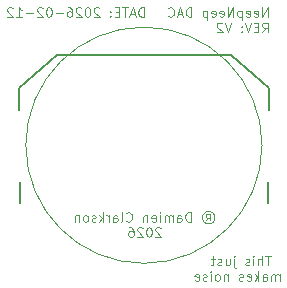
<source format=gbr>
%TF.GenerationSoftware,KiCad,Pcbnew,7.0.10*%
%TF.CreationDate,2026-02-12T12:37:37+08:00*%
%TF.ProjectId,NeepNeep-DAC-V2,4e656570-4e65-4657-902d-4441432d5632,V2*%
%TF.SameCoordinates,Original*%
%TF.FileFunction,Legend,Bot*%
%TF.FilePolarity,Positive*%
%FSLAX46Y46*%
G04 Gerber Fmt 4.6, Leading zero omitted, Abs format (unit mm)*
G04 Created by KiCad (PCBNEW 7.0.10) date 2026-02-12 12:37:37*
%MOMM*%
%LPD*%
G01*
G04 APERTURE LIST*
%ADD10C,0.100000*%
%ADD11C,0.200000*%
%ADD12R,1.000000X1.000000*%
%ADD13O,1.000000X1.000000*%
%ADD14R,1.150000X5.080000*%
%ADD15C,10.000000*%
G04 APERTURE END LIST*
D10*
X10487734Y10871105D02*
X10487734Y11671105D01*
X10487734Y11671105D02*
X10030591Y10871105D01*
X10030591Y10871105D02*
X10030591Y11671105D01*
X9344877Y10909200D02*
X9421068Y10871105D01*
X9421068Y10871105D02*
X9573449Y10871105D01*
X9573449Y10871105D02*
X9649639Y10909200D01*
X9649639Y10909200D02*
X9687735Y10985391D01*
X9687735Y10985391D02*
X9687735Y11290153D01*
X9687735Y11290153D02*
X9649639Y11366343D01*
X9649639Y11366343D02*
X9573449Y11404439D01*
X9573449Y11404439D02*
X9421068Y11404439D01*
X9421068Y11404439D02*
X9344877Y11366343D01*
X9344877Y11366343D02*
X9306782Y11290153D01*
X9306782Y11290153D02*
X9306782Y11213962D01*
X9306782Y11213962D02*
X9687735Y11137772D01*
X8659163Y10909200D02*
X8735354Y10871105D01*
X8735354Y10871105D02*
X8887735Y10871105D01*
X8887735Y10871105D02*
X8963925Y10909200D01*
X8963925Y10909200D02*
X9002021Y10985391D01*
X9002021Y10985391D02*
X9002021Y11290153D01*
X9002021Y11290153D02*
X8963925Y11366343D01*
X8963925Y11366343D02*
X8887735Y11404439D01*
X8887735Y11404439D02*
X8735354Y11404439D01*
X8735354Y11404439D02*
X8659163Y11366343D01*
X8659163Y11366343D02*
X8621068Y11290153D01*
X8621068Y11290153D02*
X8621068Y11213962D01*
X8621068Y11213962D02*
X9002021Y11137772D01*
X8278211Y11404439D02*
X8278211Y10604439D01*
X8278211Y11366343D02*
X8202021Y11404439D01*
X8202021Y11404439D02*
X8049640Y11404439D01*
X8049640Y11404439D02*
X7973449Y11366343D01*
X7973449Y11366343D02*
X7935354Y11328248D01*
X7935354Y11328248D02*
X7897259Y11252058D01*
X7897259Y11252058D02*
X7897259Y11023486D01*
X7897259Y11023486D02*
X7935354Y10947296D01*
X7935354Y10947296D02*
X7973449Y10909200D01*
X7973449Y10909200D02*
X8049640Y10871105D01*
X8049640Y10871105D02*
X8202021Y10871105D01*
X8202021Y10871105D02*
X8278211Y10909200D01*
X7554401Y10871105D02*
X7554401Y11671105D01*
X7554401Y11671105D02*
X7097258Y10871105D01*
X7097258Y10871105D02*
X7097258Y11671105D01*
X6411544Y10909200D02*
X6487735Y10871105D01*
X6487735Y10871105D02*
X6640116Y10871105D01*
X6640116Y10871105D02*
X6716306Y10909200D01*
X6716306Y10909200D02*
X6754402Y10985391D01*
X6754402Y10985391D02*
X6754402Y11290153D01*
X6754402Y11290153D02*
X6716306Y11366343D01*
X6716306Y11366343D02*
X6640116Y11404439D01*
X6640116Y11404439D02*
X6487735Y11404439D01*
X6487735Y11404439D02*
X6411544Y11366343D01*
X6411544Y11366343D02*
X6373449Y11290153D01*
X6373449Y11290153D02*
X6373449Y11213962D01*
X6373449Y11213962D02*
X6754402Y11137772D01*
X5725830Y10909200D02*
X5802021Y10871105D01*
X5802021Y10871105D02*
X5954402Y10871105D01*
X5954402Y10871105D02*
X6030592Y10909200D01*
X6030592Y10909200D02*
X6068688Y10985391D01*
X6068688Y10985391D02*
X6068688Y11290153D01*
X6068688Y11290153D02*
X6030592Y11366343D01*
X6030592Y11366343D02*
X5954402Y11404439D01*
X5954402Y11404439D02*
X5802021Y11404439D01*
X5802021Y11404439D02*
X5725830Y11366343D01*
X5725830Y11366343D02*
X5687735Y11290153D01*
X5687735Y11290153D02*
X5687735Y11213962D01*
X5687735Y11213962D02*
X6068688Y11137772D01*
X5344878Y11404439D02*
X5344878Y10604439D01*
X5344878Y11366343D02*
X5268688Y11404439D01*
X5268688Y11404439D02*
X5116307Y11404439D01*
X5116307Y11404439D02*
X5040116Y11366343D01*
X5040116Y11366343D02*
X5002021Y11328248D01*
X5002021Y11328248D02*
X4963926Y11252058D01*
X4963926Y11252058D02*
X4963926Y11023486D01*
X4963926Y11023486D02*
X5002021Y10947296D01*
X5002021Y10947296D02*
X5040116Y10909200D01*
X5040116Y10909200D02*
X5116307Y10871105D01*
X5116307Y10871105D02*
X5268688Y10871105D01*
X5268688Y10871105D02*
X5344878Y10909200D01*
X4011544Y10871105D02*
X4011544Y11671105D01*
X4011544Y11671105D02*
X3821068Y11671105D01*
X3821068Y11671105D02*
X3706782Y11633010D01*
X3706782Y11633010D02*
X3630592Y11556820D01*
X3630592Y11556820D02*
X3592497Y11480629D01*
X3592497Y11480629D02*
X3554401Y11328248D01*
X3554401Y11328248D02*
X3554401Y11213962D01*
X3554401Y11213962D02*
X3592497Y11061581D01*
X3592497Y11061581D02*
X3630592Y10985391D01*
X3630592Y10985391D02*
X3706782Y10909200D01*
X3706782Y10909200D02*
X3821068Y10871105D01*
X3821068Y10871105D02*
X4011544Y10871105D01*
X3249640Y11099677D02*
X2868687Y11099677D01*
X3325830Y10871105D02*
X3059163Y11671105D01*
X3059163Y11671105D02*
X2792497Y10871105D01*
X2068687Y10947296D02*
X2106783Y10909200D01*
X2106783Y10909200D02*
X2221068Y10871105D01*
X2221068Y10871105D02*
X2297259Y10871105D01*
X2297259Y10871105D02*
X2411545Y10909200D01*
X2411545Y10909200D02*
X2487735Y10985391D01*
X2487735Y10985391D02*
X2525830Y11061581D01*
X2525830Y11061581D02*
X2563926Y11213962D01*
X2563926Y11213962D02*
X2563926Y11328248D01*
X2563926Y11328248D02*
X2525830Y11480629D01*
X2525830Y11480629D02*
X2487735Y11556820D01*
X2487735Y11556820D02*
X2411545Y11633010D01*
X2411545Y11633010D02*
X2297259Y11671105D01*
X2297259Y11671105D02*
X2221068Y11671105D01*
X2221068Y11671105D02*
X2106783Y11633010D01*
X2106783Y11633010D02*
X2068687Y11594915D01*
X10030591Y9583105D02*
X10297258Y9964058D01*
X10487734Y9583105D02*
X10487734Y10383105D01*
X10487734Y10383105D02*
X10182972Y10383105D01*
X10182972Y10383105D02*
X10106782Y10345010D01*
X10106782Y10345010D02*
X10068687Y10306915D01*
X10068687Y10306915D02*
X10030591Y10230724D01*
X10030591Y10230724D02*
X10030591Y10116439D01*
X10030591Y10116439D02*
X10068687Y10040248D01*
X10068687Y10040248D02*
X10106782Y10002153D01*
X10106782Y10002153D02*
X10182972Y9964058D01*
X10182972Y9964058D02*
X10487734Y9964058D01*
X9687734Y10002153D02*
X9421068Y10002153D01*
X9306782Y9583105D02*
X9687734Y9583105D01*
X9687734Y9583105D02*
X9687734Y10383105D01*
X9687734Y10383105D02*
X9306782Y10383105D01*
X9078210Y10383105D02*
X8811543Y9583105D01*
X8811543Y9583105D02*
X8544877Y10383105D01*
X8278210Y9659296D02*
X8240115Y9621200D01*
X8240115Y9621200D02*
X8278210Y9583105D01*
X8278210Y9583105D02*
X8316306Y9621200D01*
X8316306Y9621200D02*
X8278210Y9659296D01*
X8278210Y9659296D02*
X8278210Y9583105D01*
X8278210Y10078343D02*
X8240115Y10040248D01*
X8240115Y10040248D02*
X8278210Y10002153D01*
X8278210Y10002153D02*
X8316306Y10040248D01*
X8316306Y10040248D02*
X8278210Y10078343D01*
X8278210Y10078343D02*
X8278210Y10002153D01*
X7402020Y10383105D02*
X7135353Y9583105D01*
X7135353Y9583105D02*
X6868687Y10383105D01*
X6640116Y10306915D02*
X6602020Y10345010D01*
X6602020Y10345010D02*
X6525830Y10383105D01*
X6525830Y10383105D02*
X6335354Y10383105D01*
X6335354Y10383105D02*
X6259163Y10345010D01*
X6259163Y10345010D02*
X6221068Y10306915D01*
X6221068Y10306915D02*
X6182973Y10230724D01*
X6182973Y10230724D02*
X6182973Y10154534D01*
X6182973Y10154534D02*
X6221068Y10040248D01*
X6221068Y10040248D02*
X6678211Y9583105D01*
X6678211Y9583105D02*
X6182973Y9583105D01*
X5250001Y-6356609D02*
X5440477Y-6128038D01*
X5592858Y-6356609D02*
X5592858Y-5823276D01*
X5592858Y-5823276D02*
X5364287Y-5823276D01*
X5364287Y-5823276D02*
X5288096Y-5861371D01*
X5288096Y-5861371D02*
X5250001Y-5937561D01*
X5250001Y-5937561D02*
X5250001Y-6013752D01*
X5250001Y-6013752D02*
X5288096Y-6089942D01*
X5288096Y-6089942D02*
X5364287Y-6128038D01*
X5364287Y-6128038D02*
X5592858Y-6128038D01*
X5440477Y-5556609D02*
X5630953Y-5594704D01*
X5630953Y-5594704D02*
X5821430Y-5708990D01*
X5821430Y-5708990D02*
X5935715Y-5899466D01*
X5935715Y-5899466D02*
X5973811Y-6089942D01*
X5973811Y-6089942D02*
X5935715Y-6280419D01*
X5935715Y-6280419D02*
X5821430Y-6470895D01*
X5821430Y-6470895D02*
X5630953Y-6585180D01*
X5630953Y-6585180D02*
X5440477Y-6623276D01*
X5440477Y-6623276D02*
X5250001Y-6585180D01*
X5250001Y-6585180D02*
X5059525Y-6470895D01*
X5059525Y-6470895D02*
X4945239Y-6280419D01*
X4945239Y-6280419D02*
X4907144Y-6089942D01*
X4907144Y-6089942D02*
X4945239Y-5899466D01*
X4945239Y-5899466D02*
X5059525Y-5708990D01*
X5059525Y-5708990D02*
X5250001Y-5594704D01*
X5250001Y-5594704D02*
X5440477Y-5556609D01*
X3954762Y-6470895D02*
X3954762Y-5670895D01*
X3954762Y-5670895D02*
X3764286Y-5670895D01*
X3764286Y-5670895D02*
X3650000Y-5708990D01*
X3650000Y-5708990D02*
X3573810Y-5785180D01*
X3573810Y-5785180D02*
X3535715Y-5861371D01*
X3535715Y-5861371D02*
X3497619Y-6013752D01*
X3497619Y-6013752D02*
X3497619Y-6128038D01*
X3497619Y-6128038D02*
X3535715Y-6280419D01*
X3535715Y-6280419D02*
X3573810Y-6356609D01*
X3573810Y-6356609D02*
X3650000Y-6432800D01*
X3650000Y-6432800D02*
X3764286Y-6470895D01*
X3764286Y-6470895D02*
X3954762Y-6470895D01*
X2811905Y-6470895D02*
X2811905Y-6051847D01*
X2811905Y-6051847D02*
X2850000Y-5975657D01*
X2850000Y-5975657D02*
X2926191Y-5937561D01*
X2926191Y-5937561D02*
X3078572Y-5937561D01*
X3078572Y-5937561D02*
X3154762Y-5975657D01*
X2811905Y-6432800D02*
X2888096Y-6470895D01*
X2888096Y-6470895D02*
X3078572Y-6470895D01*
X3078572Y-6470895D02*
X3154762Y-6432800D01*
X3154762Y-6432800D02*
X3192858Y-6356609D01*
X3192858Y-6356609D02*
X3192858Y-6280419D01*
X3192858Y-6280419D02*
X3154762Y-6204228D01*
X3154762Y-6204228D02*
X3078572Y-6166133D01*
X3078572Y-6166133D02*
X2888096Y-6166133D01*
X2888096Y-6166133D02*
X2811905Y-6128038D01*
X2430952Y-6470895D02*
X2430952Y-5937561D01*
X2430952Y-6013752D02*
X2392857Y-5975657D01*
X2392857Y-5975657D02*
X2316667Y-5937561D01*
X2316667Y-5937561D02*
X2202381Y-5937561D01*
X2202381Y-5937561D02*
X2126190Y-5975657D01*
X2126190Y-5975657D02*
X2088095Y-6051847D01*
X2088095Y-6051847D02*
X2088095Y-6470895D01*
X2088095Y-6051847D02*
X2050000Y-5975657D01*
X2050000Y-5975657D02*
X1973809Y-5937561D01*
X1973809Y-5937561D02*
X1859524Y-5937561D01*
X1859524Y-5937561D02*
X1783333Y-5975657D01*
X1783333Y-5975657D02*
X1745238Y-6051847D01*
X1745238Y-6051847D02*
X1745238Y-6470895D01*
X1364285Y-6470895D02*
X1364285Y-5937561D01*
X1364285Y-5670895D02*
X1402381Y-5708990D01*
X1402381Y-5708990D02*
X1364285Y-5747085D01*
X1364285Y-5747085D02*
X1326190Y-5708990D01*
X1326190Y-5708990D02*
X1364285Y-5670895D01*
X1364285Y-5670895D02*
X1364285Y-5747085D01*
X678571Y-6432800D02*
X754762Y-6470895D01*
X754762Y-6470895D02*
X907143Y-6470895D01*
X907143Y-6470895D02*
X983333Y-6432800D01*
X983333Y-6432800D02*
X1021429Y-6356609D01*
X1021429Y-6356609D02*
X1021429Y-6051847D01*
X1021429Y-6051847D02*
X983333Y-5975657D01*
X983333Y-5975657D02*
X907143Y-5937561D01*
X907143Y-5937561D02*
X754762Y-5937561D01*
X754762Y-5937561D02*
X678571Y-5975657D01*
X678571Y-5975657D02*
X640476Y-6051847D01*
X640476Y-6051847D02*
X640476Y-6128038D01*
X640476Y-6128038D02*
X1021429Y-6204228D01*
X297619Y-5937561D02*
X297619Y-6470895D01*
X297619Y-6013752D02*
X259524Y-5975657D01*
X259524Y-5975657D02*
X183334Y-5937561D01*
X183334Y-5937561D02*
X69048Y-5937561D01*
X69048Y-5937561D02*
X-7143Y-5975657D01*
X-7143Y-5975657D02*
X-45238Y-6051847D01*
X-45238Y-6051847D02*
X-45238Y-6470895D01*
X-1492858Y-6394704D02*
X-1454762Y-6432800D01*
X-1454762Y-6432800D02*
X-1340477Y-6470895D01*
X-1340477Y-6470895D02*
X-1264286Y-6470895D01*
X-1264286Y-6470895D02*
X-1150000Y-6432800D01*
X-1150000Y-6432800D02*
X-1073810Y-6356609D01*
X-1073810Y-6356609D02*
X-1035715Y-6280419D01*
X-1035715Y-6280419D02*
X-997619Y-6128038D01*
X-997619Y-6128038D02*
X-997619Y-6013752D01*
X-997619Y-6013752D02*
X-1035715Y-5861371D01*
X-1035715Y-5861371D02*
X-1073810Y-5785180D01*
X-1073810Y-5785180D02*
X-1150000Y-5708990D01*
X-1150000Y-5708990D02*
X-1264286Y-5670895D01*
X-1264286Y-5670895D02*
X-1340477Y-5670895D01*
X-1340477Y-5670895D02*
X-1454762Y-5708990D01*
X-1454762Y-5708990D02*
X-1492858Y-5747085D01*
X-1950000Y-6470895D02*
X-1873810Y-6432800D01*
X-1873810Y-6432800D02*
X-1835715Y-6356609D01*
X-1835715Y-6356609D02*
X-1835715Y-5670895D01*
X-2597620Y-6470895D02*
X-2597620Y-6051847D01*
X-2597620Y-6051847D02*
X-2559525Y-5975657D01*
X-2559525Y-5975657D02*
X-2483334Y-5937561D01*
X-2483334Y-5937561D02*
X-2330953Y-5937561D01*
X-2330953Y-5937561D02*
X-2254763Y-5975657D01*
X-2597620Y-6432800D02*
X-2521429Y-6470895D01*
X-2521429Y-6470895D02*
X-2330953Y-6470895D01*
X-2330953Y-6470895D02*
X-2254763Y-6432800D01*
X-2254763Y-6432800D02*
X-2216667Y-6356609D01*
X-2216667Y-6356609D02*
X-2216667Y-6280419D01*
X-2216667Y-6280419D02*
X-2254763Y-6204228D01*
X-2254763Y-6204228D02*
X-2330953Y-6166133D01*
X-2330953Y-6166133D02*
X-2521429Y-6166133D01*
X-2521429Y-6166133D02*
X-2597620Y-6128038D01*
X-2978573Y-6470895D02*
X-2978573Y-5937561D01*
X-2978573Y-6089942D02*
X-3016668Y-6013752D01*
X-3016668Y-6013752D02*
X-3054763Y-5975657D01*
X-3054763Y-5975657D02*
X-3130954Y-5937561D01*
X-3130954Y-5937561D02*
X-3207144Y-5937561D01*
X-3473811Y-6470895D02*
X-3473811Y-5670895D01*
X-3550001Y-6166133D02*
X-3778573Y-6470895D01*
X-3778573Y-5937561D02*
X-3473811Y-6242323D01*
X-4083334Y-6432800D02*
X-4159525Y-6470895D01*
X-4159525Y-6470895D02*
X-4311906Y-6470895D01*
X-4311906Y-6470895D02*
X-4388096Y-6432800D01*
X-4388096Y-6432800D02*
X-4426192Y-6356609D01*
X-4426192Y-6356609D02*
X-4426192Y-6318514D01*
X-4426192Y-6318514D02*
X-4388096Y-6242323D01*
X-4388096Y-6242323D02*
X-4311906Y-6204228D01*
X-4311906Y-6204228D02*
X-4197620Y-6204228D01*
X-4197620Y-6204228D02*
X-4121430Y-6166133D01*
X-4121430Y-6166133D02*
X-4083334Y-6089942D01*
X-4083334Y-6089942D02*
X-4083334Y-6051847D01*
X-4083334Y-6051847D02*
X-4121430Y-5975657D01*
X-4121430Y-5975657D02*
X-4197620Y-5937561D01*
X-4197620Y-5937561D02*
X-4311906Y-5937561D01*
X-4311906Y-5937561D02*
X-4388096Y-5975657D01*
X-4883334Y-6470895D02*
X-4807144Y-6432800D01*
X-4807144Y-6432800D02*
X-4769049Y-6394704D01*
X-4769049Y-6394704D02*
X-4730953Y-6318514D01*
X-4730953Y-6318514D02*
X-4730953Y-6089942D01*
X-4730953Y-6089942D02*
X-4769049Y-6013752D01*
X-4769049Y-6013752D02*
X-4807144Y-5975657D01*
X-4807144Y-5975657D02*
X-4883334Y-5937561D01*
X-4883334Y-5937561D02*
X-4997620Y-5937561D01*
X-4997620Y-5937561D02*
X-5073811Y-5975657D01*
X-5073811Y-5975657D02*
X-5111906Y-6013752D01*
X-5111906Y-6013752D02*
X-5150001Y-6089942D01*
X-5150001Y-6089942D02*
X-5150001Y-6318514D01*
X-5150001Y-6318514D02*
X-5111906Y-6394704D01*
X-5111906Y-6394704D02*
X-5073811Y-6432800D01*
X-5073811Y-6432800D02*
X-4997620Y-6470895D01*
X-4997620Y-6470895D02*
X-4883334Y-6470895D01*
X-5492859Y-5937561D02*
X-5492859Y-6470895D01*
X-5492859Y-6013752D02*
X-5530954Y-5975657D01*
X-5530954Y-5975657D02*
X-5607144Y-5937561D01*
X-5607144Y-5937561D02*
X-5721430Y-5937561D01*
X-5721430Y-5937561D02*
X-5797621Y-5975657D01*
X-5797621Y-5975657D02*
X-5835716Y-6051847D01*
X-5835716Y-6051847D02*
X-5835716Y-6470895D01*
X1421429Y-7035085D02*
X1383333Y-6996990D01*
X1383333Y-6996990D02*
X1307143Y-6958895D01*
X1307143Y-6958895D02*
X1116667Y-6958895D01*
X1116667Y-6958895D02*
X1040476Y-6996990D01*
X1040476Y-6996990D02*
X1002381Y-7035085D01*
X1002381Y-7035085D02*
X964286Y-7111276D01*
X964286Y-7111276D02*
X964286Y-7187466D01*
X964286Y-7187466D02*
X1002381Y-7301752D01*
X1002381Y-7301752D02*
X1459524Y-7758895D01*
X1459524Y-7758895D02*
X964286Y-7758895D01*
X469047Y-6958895D02*
X392857Y-6958895D01*
X392857Y-6958895D02*
X316666Y-6996990D01*
X316666Y-6996990D02*
X278571Y-7035085D01*
X278571Y-7035085D02*
X240476Y-7111276D01*
X240476Y-7111276D02*
X202381Y-7263657D01*
X202381Y-7263657D02*
X202381Y-7454133D01*
X202381Y-7454133D02*
X240476Y-7606514D01*
X240476Y-7606514D02*
X278571Y-7682704D01*
X278571Y-7682704D02*
X316666Y-7720800D01*
X316666Y-7720800D02*
X392857Y-7758895D01*
X392857Y-7758895D02*
X469047Y-7758895D01*
X469047Y-7758895D02*
X545238Y-7720800D01*
X545238Y-7720800D02*
X583333Y-7682704D01*
X583333Y-7682704D02*
X621428Y-7606514D01*
X621428Y-7606514D02*
X659524Y-7454133D01*
X659524Y-7454133D02*
X659524Y-7263657D01*
X659524Y-7263657D02*
X621428Y-7111276D01*
X621428Y-7111276D02*
X583333Y-7035085D01*
X583333Y-7035085D02*
X545238Y-6996990D01*
X545238Y-6996990D02*
X469047Y-6958895D01*
X-102381Y-7035085D02*
X-140477Y-6996990D01*
X-140477Y-6996990D02*
X-216667Y-6958895D01*
X-216667Y-6958895D02*
X-407143Y-6958895D01*
X-407143Y-6958895D02*
X-483334Y-6996990D01*
X-483334Y-6996990D02*
X-521429Y-7035085D01*
X-521429Y-7035085D02*
X-559524Y-7111276D01*
X-559524Y-7111276D02*
X-559524Y-7187466D01*
X-559524Y-7187466D02*
X-521429Y-7301752D01*
X-521429Y-7301752D02*
X-64286Y-7758895D01*
X-64286Y-7758895D02*
X-559524Y-7758895D01*
X-1245239Y-6958895D02*
X-1092858Y-6958895D01*
X-1092858Y-6958895D02*
X-1016667Y-6996990D01*
X-1016667Y-6996990D02*
X-978572Y-7035085D01*
X-978572Y-7035085D02*
X-902382Y-7149371D01*
X-902382Y-7149371D02*
X-864286Y-7301752D01*
X-864286Y-7301752D02*
X-864286Y-7606514D01*
X-864286Y-7606514D02*
X-902382Y-7682704D01*
X-902382Y-7682704D02*
X-940477Y-7720800D01*
X-940477Y-7720800D02*
X-1016667Y-7758895D01*
X-1016667Y-7758895D02*
X-1169048Y-7758895D01*
X-1169048Y-7758895D02*
X-1245239Y-7720800D01*
X-1245239Y-7720800D02*
X-1283334Y-7682704D01*
X-1283334Y-7682704D02*
X-1321429Y-7606514D01*
X-1321429Y-7606514D02*
X-1321429Y-7416038D01*
X-1321429Y-7416038D02*
X-1283334Y-7339847D01*
X-1283334Y-7339847D02*
X-1245239Y-7301752D01*
X-1245239Y-7301752D02*
X-1169048Y-7263657D01*
X-1169048Y-7263657D02*
X-1016667Y-7263657D01*
X-1016667Y-7263657D02*
X-940477Y-7301752D01*
X-940477Y-7301752D02*
X-902382Y-7339847D01*
X-902382Y-7339847D02*
X-864286Y-7416038D01*
X10719047Y-9370895D02*
X10261904Y-9370895D01*
X10490476Y-10170895D02*
X10490476Y-9370895D01*
X9995237Y-10170895D02*
X9995237Y-9370895D01*
X9652380Y-10170895D02*
X9652380Y-9751847D01*
X9652380Y-9751847D02*
X9690475Y-9675657D01*
X9690475Y-9675657D02*
X9766666Y-9637561D01*
X9766666Y-9637561D02*
X9880952Y-9637561D01*
X9880952Y-9637561D02*
X9957142Y-9675657D01*
X9957142Y-9675657D02*
X9995237Y-9713752D01*
X9271427Y-10170895D02*
X9271427Y-9637561D01*
X9271427Y-9370895D02*
X9309523Y-9408990D01*
X9309523Y-9408990D02*
X9271427Y-9447085D01*
X9271427Y-9447085D02*
X9233332Y-9408990D01*
X9233332Y-9408990D02*
X9271427Y-9370895D01*
X9271427Y-9370895D02*
X9271427Y-9447085D01*
X8928571Y-10132800D02*
X8852380Y-10170895D01*
X8852380Y-10170895D02*
X8699999Y-10170895D01*
X8699999Y-10170895D02*
X8623809Y-10132800D01*
X8623809Y-10132800D02*
X8585713Y-10056609D01*
X8585713Y-10056609D02*
X8585713Y-10018514D01*
X8585713Y-10018514D02*
X8623809Y-9942323D01*
X8623809Y-9942323D02*
X8699999Y-9904228D01*
X8699999Y-9904228D02*
X8814285Y-9904228D01*
X8814285Y-9904228D02*
X8890475Y-9866133D01*
X8890475Y-9866133D02*
X8928571Y-9789942D01*
X8928571Y-9789942D02*
X8928571Y-9751847D01*
X8928571Y-9751847D02*
X8890475Y-9675657D01*
X8890475Y-9675657D02*
X8814285Y-9637561D01*
X8814285Y-9637561D02*
X8699999Y-9637561D01*
X8699999Y-9637561D02*
X8623809Y-9675657D01*
X7633332Y-9637561D02*
X7633332Y-10323276D01*
X7633332Y-10323276D02*
X7671428Y-10399466D01*
X7671428Y-10399466D02*
X7747618Y-10437561D01*
X7747618Y-10437561D02*
X7785713Y-10437561D01*
X7633332Y-9370895D02*
X7671428Y-9408990D01*
X7671428Y-9408990D02*
X7633332Y-9447085D01*
X7633332Y-9447085D02*
X7595237Y-9408990D01*
X7595237Y-9408990D02*
X7633332Y-9370895D01*
X7633332Y-9370895D02*
X7633332Y-9447085D01*
X6909523Y-9637561D02*
X6909523Y-10170895D01*
X7252380Y-9637561D02*
X7252380Y-10056609D01*
X7252380Y-10056609D02*
X7214285Y-10132800D01*
X7214285Y-10132800D02*
X7138095Y-10170895D01*
X7138095Y-10170895D02*
X7023809Y-10170895D01*
X7023809Y-10170895D02*
X6947618Y-10132800D01*
X6947618Y-10132800D02*
X6909523Y-10094704D01*
X6566666Y-10132800D02*
X6490475Y-10170895D01*
X6490475Y-10170895D02*
X6338094Y-10170895D01*
X6338094Y-10170895D02*
X6261904Y-10132800D01*
X6261904Y-10132800D02*
X6223808Y-10056609D01*
X6223808Y-10056609D02*
X6223808Y-10018514D01*
X6223808Y-10018514D02*
X6261904Y-9942323D01*
X6261904Y-9942323D02*
X6338094Y-9904228D01*
X6338094Y-9904228D02*
X6452380Y-9904228D01*
X6452380Y-9904228D02*
X6528570Y-9866133D01*
X6528570Y-9866133D02*
X6566666Y-9789942D01*
X6566666Y-9789942D02*
X6566666Y-9751847D01*
X6566666Y-9751847D02*
X6528570Y-9675657D01*
X6528570Y-9675657D02*
X6452380Y-9637561D01*
X6452380Y-9637561D02*
X6338094Y-9637561D01*
X6338094Y-9637561D02*
X6261904Y-9675657D01*
X5995237Y-9637561D02*
X5690475Y-9637561D01*
X5880951Y-9370895D02*
X5880951Y-10056609D01*
X5880951Y-10056609D02*
X5842856Y-10132800D01*
X5842856Y-10132800D02*
X5766666Y-10170895D01*
X5766666Y-10170895D02*
X5690475Y-10170895D01*
X11480952Y-11458895D02*
X11480952Y-10925561D01*
X11480952Y-11001752D02*
X11442857Y-10963657D01*
X11442857Y-10963657D02*
X11366667Y-10925561D01*
X11366667Y-10925561D02*
X11252381Y-10925561D01*
X11252381Y-10925561D02*
X11176190Y-10963657D01*
X11176190Y-10963657D02*
X11138095Y-11039847D01*
X11138095Y-11039847D02*
X11138095Y-11458895D01*
X11138095Y-11039847D02*
X11100000Y-10963657D01*
X11100000Y-10963657D02*
X11023809Y-10925561D01*
X11023809Y-10925561D02*
X10909524Y-10925561D01*
X10909524Y-10925561D02*
X10833333Y-10963657D01*
X10833333Y-10963657D02*
X10795238Y-11039847D01*
X10795238Y-11039847D02*
X10795238Y-11458895D01*
X10071428Y-11458895D02*
X10071428Y-11039847D01*
X10071428Y-11039847D02*
X10109523Y-10963657D01*
X10109523Y-10963657D02*
X10185714Y-10925561D01*
X10185714Y-10925561D02*
X10338095Y-10925561D01*
X10338095Y-10925561D02*
X10414285Y-10963657D01*
X10071428Y-11420800D02*
X10147619Y-11458895D01*
X10147619Y-11458895D02*
X10338095Y-11458895D01*
X10338095Y-11458895D02*
X10414285Y-11420800D01*
X10414285Y-11420800D02*
X10452381Y-11344609D01*
X10452381Y-11344609D02*
X10452381Y-11268419D01*
X10452381Y-11268419D02*
X10414285Y-11192228D01*
X10414285Y-11192228D02*
X10338095Y-11154133D01*
X10338095Y-11154133D02*
X10147619Y-11154133D01*
X10147619Y-11154133D02*
X10071428Y-11116038D01*
X9690475Y-11458895D02*
X9690475Y-10658895D01*
X9614285Y-11154133D02*
X9385713Y-11458895D01*
X9385713Y-10925561D02*
X9690475Y-11230323D01*
X8738094Y-11420800D02*
X8814285Y-11458895D01*
X8814285Y-11458895D02*
X8966666Y-11458895D01*
X8966666Y-11458895D02*
X9042856Y-11420800D01*
X9042856Y-11420800D02*
X9080952Y-11344609D01*
X9080952Y-11344609D02*
X9080952Y-11039847D01*
X9080952Y-11039847D02*
X9042856Y-10963657D01*
X9042856Y-10963657D02*
X8966666Y-10925561D01*
X8966666Y-10925561D02*
X8814285Y-10925561D01*
X8814285Y-10925561D02*
X8738094Y-10963657D01*
X8738094Y-10963657D02*
X8699999Y-11039847D01*
X8699999Y-11039847D02*
X8699999Y-11116038D01*
X8699999Y-11116038D02*
X9080952Y-11192228D01*
X8395238Y-11420800D02*
X8319047Y-11458895D01*
X8319047Y-11458895D02*
X8166666Y-11458895D01*
X8166666Y-11458895D02*
X8090476Y-11420800D01*
X8090476Y-11420800D02*
X8052380Y-11344609D01*
X8052380Y-11344609D02*
X8052380Y-11306514D01*
X8052380Y-11306514D02*
X8090476Y-11230323D01*
X8090476Y-11230323D02*
X8166666Y-11192228D01*
X8166666Y-11192228D02*
X8280952Y-11192228D01*
X8280952Y-11192228D02*
X8357142Y-11154133D01*
X8357142Y-11154133D02*
X8395238Y-11077942D01*
X8395238Y-11077942D02*
X8395238Y-11039847D01*
X8395238Y-11039847D02*
X8357142Y-10963657D01*
X8357142Y-10963657D02*
X8280952Y-10925561D01*
X8280952Y-10925561D02*
X8166666Y-10925561D01*
X8166666Y-10925561D02*
X8090476Y-10963657D01*
X7099999Y-10925561D02*
X7099999Y-11458895D01*
X7099999Y-11001752D02*
X7061904Y-10963657D01*
X7061904Y-10963657D02*
X6985714Y-10925561D01*
X6985714Y-10925561D02*
X6871428Y-10925561D01*
X6871428Y-10925561D02*
X6795237Y-10963657D01*
X6795237Y-10963657D02*
X6757142Y-11039847D01*
X6757142Y-11039847D02*
X6757142Y-11458895D01*
X6261904Y-11458895D02*
X6338094Y-11420800D01*
X6338094Y-11420800D02*
X6376189Y-11382704D01*
X6376189Y-11382704D02*
X6414285Y-11306514D01*
X6414285Y-11306514D02*
X6414285Y-11077942D01*
X6414285Y-11077942D02*
X6376189Y-11001752D01*
X6376189Y-11001752D02*
X6338094Y-10963657D01*
X6338094Y-10963657D02*
X6261904Y-10925561D01*
X6261904Y-10925561D02*
X6147618Y-10925561D01*
X6147618Y-10925561D02*
X6071427Y-10963657D01*
X6071427Y-10963657D02*
X6033332Y-11001752D01*
X6033332Y-11001752D02*
X5995237Y-11077942D01*
X5995237Y-11077942D02*
X5995237Y-11306514D01*
X5995237Y-11306514D02*
X6033332Y-11382704D01*
X6033332Y-11382704D02*
X6071427Y-11420800D01*
X6071427Y-11420800D02*
X6147618Y-11458895D01*
X6147618Y-11458895D02*
X6261904Y-11458895D01*
X5652379Y-11458895D02*
X5652379Y-10925561D01*
X5652379Y-10658895D02*
X5690475Y-10696990D01*
X5690475Y-10696990D02*
X5652379Y-10735085D01*
X5652379Y-10735085D02*
X5614284Y-10696990D01*
X5614284Y-10696990D02*
X5652379Y-10658895D01*
X5652379Y-10658895D02*
X5652379Y-10735085D01*
X5309523Y-11420800D02*
X5233332Y-11458895D01*
X5233332Y-11458895D02*
X5080951Y-11458895D01*
X5080951Y-11458895D02*
X5004761Y-11420800D01*
X5004761Y-11420800D02*
X4966665Y-11344609D01*
X4966665Y-11344609D02*
X4966665Y-11306514D01*
X4966665Y-11306514D02*
X5004761Y-11230323D01*
X5004761Y-11230323D02*
X5080951Y-11192228D01*
X5080951Y-11192228D02*
X5195237Y-11192228D01*
X5195237Y-11192228D02*
X5271427Y-11154133D01*
X5271427Y-11154133D02*
X5309523Y-11077942D01*
X5309523Y-11077942D02*
X5309523Y-11039847D01*
X5309523Y-11039847D02*
X5271427Y-10963657D01*
X5271427Y-10963657D02*
X5195237Y-10925561D01*
X5195237Y-10925561D02*
X5080951Y-10925561D01*
X5080951Y-10925561D02*
X5004761Y-10963657D01*
X4319046Y-11420800D02*
X4395237Y-11458895D01*
X4395237Y-11458895D02*
X4547618Y-11458895D01*
X4547618Y-11458895D02*
X4623808Y-11420800D01*
X4623808Y-11420800D02*
X4661904Y-11344609D01*
X4661904Y-11344609D02*
X4661904Y-11039847D01*
X4661904Y-11039847D02*
X4623808Y-10963657D01*
X4623808Y-10963657D02*
X4547618Y-10925561D01*
X4547618Y-10925561D02*
X4395237Y-10925561D01*
X4395237Y-10925561D02*
X4319046Y-10963657D01*
X4319046Y-10963657D02*
X4280951Y-11039847D01*
X4280951Y-11039847D02*
X4280951Y-11116038D01*
X4280951Y-11116038D02*
X4661904Y-11192228D01*
X-13619Y10862105D02*
X-13619Y11662105D01*
X-13619Y11662105D02*
X-204095Y11662105D01*
X-204095Y11662105D02*
X-318381Y11624010D01*
X-318381Y11624010D02*
X-394571Y11547820D01*
X-394571Y11547820D02*
X-432666Y11471629D01*
X-432666Y11471629D02*
X-470762Y11319248D01*
X-470762Y11319248D02*
X-470762Y11204962D01*
X-470762Y11204962D02*
X-432666Y11052581D01*
X-432666Y11052581D02*
X-394571Y10976391D01*
X-394571Y10976391D02*
X-318381Y10900200D01*
X-318381Y10900200D02*
X-204095Y10862105D01*
X-204095Y10862105D02*
X-13619Y10862105D01*
X-775523Y11090677D02*
X-1156476Y11090677D01*
X-699333Y10862105D02*
X-966000Y11662105D01*
X-966000Y11662105D02*
X-1232666Y10862105D01*
X-1385047Y11662105D02*
X-1842190Y11662105D01*
X-1613618Y10862105D02*
X-1613618Y11662105D01*
X-2108857Y11281153D02*
X-2375523Y11281153D01*
X-2489809Y10862105D02*
X-2108857Y10862105D01*
X-2108857Y10862105D02*
X-2108857Y11662105D01*
X-2108857Y11662105D02*
X-2489809Y11662105D01*
X-2832667Y10938296D02*
X-2870762Y10900200D01*
X-2870762Y10900200D02*
X-2832667Y10862105D01*
X-2832667Y10862105D02*
X-2794571Y10900200D01*
X-2794571Y10900200D02*
X-2832667Y10938296D01*
X-2832667Y10938296D02*
X-2832667Y10862105D01*
X-2832667Y11357343D02*
X-2870762Y11319248D01*
X-2870762Y11319248D02*
X-2832667Y11281153D01*
X-2832667Y11281153D02*
X-2794571Y11319248D01*
X-2794571Y11319248D02*
X-2832667Y11357343D01*
X-2832667Y11357343D02*
X-2832667Y11281153D01*
X-3785047Y11585915D02*
X-3823143Y11624010D01*
X-3823143Y11624010D02*
X-3899333Y11662105D01*
X-3899333Y11662105D02*
X-4089809Y11662105D01*
X-4089809Y11662105D02*
X-4166000Y11624010D01*
X-4166000Y11624010D02*
X-4204095Y11585915D01*
X-4204095Y11585915D02*
X-4242190Y11509724D01*
X-4242190Y11509724D02*
X-4242190Y11433534D01*
X-4242190Y11433534D02*
X-4204095Y11319248D01*
X-4204095Y11319248D02*
X-3746952Y10862105D01*
X-3746952Y10862105D02*
X-4242190Y10862105D01*
X-4737429Y11662105D02*
X-4813619Y11662105D01*
X-4813619Y11662105D02*
X-4889810Y11624010D01*
X-4889810Y11624010D02*
X-4927905Y11585915D01*
X-4927905Y11585915D02*
X-4966000Y11509724D01*
X-4966000Y11509724D02*
X-5004095Y11357343D01*
X-5004095Y11357343D02*
X-5004095Y11166867D01*
X-5004095Y11166867D02*
X-4966000Y11014486D01*
X-4966000Y11014486D02*
X-4927905Y10938296D01*
X-4927905Y10938296D02*
X-4889810Y10900200D01*
X-4889810Y10900200D02*
X-4813619Y10862105D01*
X-4813619Y10862105D02*
X-4737429Y10862105D01*
X-4737429Y10862105D02*
X-4661238Y10900200D01*
X-4661238Y10900200D02*
X-4623143Y10938296D01*
X-4623143Y10938296D02*
X-4585048Y11014486D01*
X-4585048Y11014486D02*
X-4546952Y11166867D01*
X-4546952Y11166867D02*
X-4546952Y11357343D01*
X-4546952Y11357343D02*
X-4585048Y11509724D01*
X-4585048Y11509724D02*
X-4623143Y11585915D01*
X-4623143Y11585915D02*
X-4661238Y11624010D01*
X-4661238Y11624010D02*
X-4737429Y11662105D01*
X-5308857Y11585915D02*
X-5346953Y11624010D01*
X-5346953Y11624010D02*
X-5423143Y11662105D01*
X-5423143Y11662105D02*
X-5613619Y11662105D01*
X-5613619Y11662105D02*
X-5689810Y11624010D01*
X-5689810Y11624010D02*
X-5727905Y11585915D01*
X-5727905Y11585915D02*
X-5766000Y11509724D01*
X-5766000Y11509724D02*
X-5766000Y11433534D01*
X-5766000Y11433534D02*
X-5727905Y11319248D01*
X-5727905Y11319248D02*
X-5270762Y10862105D01*
X-5270762Y10862105D02*
X-5766000Y10862105D01*
X-6451715Y11662105D02*
X-6299334Y11662105D01*
X-6299334Y11662105D02*
X-6223143Y11624010D01*
X-6223143Y11624010D02*
X-6185048Y11585915D01*
X-6185048Y11585915D02*
X-6108858Y11471629D01*
X-6108858Y11471629D02*
X-6070762Y11319248D01*
X-6070762Y11319248D02*
X-6070762Y11014486D01*
X-6070762Y11014486D02*
X-6108858Y10938296D01*
X-6108858Y10938296D02*
X-6146953Y10900200D01*
X-6146953Y10900200D02*
X-6223143Y10862105D01*
X-6223143Y10862105D02*
X-6375524Y10862105D01*
X-6375524Y10862105D02*
X-6451715Y10900200D01*
X-6451715Y10900200D02*
X-6489810Y10938296D01*
X-6489810Y10938296D02*
X-6527905Y11014486D01*
X-6527905Y11014486D02*
X-6527905Y11204962D01*
X-6527905Y11204962D02*
X-6489810Y11281153D01*
X-6489810Y11281153D02*
X-6451715Y11319248D01*
X-6451715Y11319248D02*
X-6375524Y11357343D01*
X-6375524Y11357343D02*
X-6223143Y11357343D01*
X-6223143Y11357343D02*
X-6146953Y11319248D01*
X-6146953Y11319248D02*
X-6108858Y11281153D01*
X-6108858Y11281153D02*
X-6070762Y11204962D01*
X-6870763Y11166867D02*
X-7480286Y11166867D01*
X-8013620Y11662105D02*
X-8089810Y11662105D01*
X-8089810Y11662105D02*
X-8166001Y11624010D01*
X-8166001Y11624010D02*
X-8204096Y11585915D01*
X-8204096Y11585915D02*
X-8242191Y11509724D01*
X-8242191Y11509724D02*
X-8280286Y11357343D01*
X-8280286Y11357343D02*
X-8280286Y11166867D01*
X-8280286Y11166867D02*
X-8242191Y11014486D01*
X-8242191Y11014486D02*
X-8204096Y10938296D01*
X-8204096Y10938296D02*
X-8166001Y10900200D01*
X-8166001Y10900200D02*
X-8089810Y10862105D01*
X-8089810Y10862105D02*
X-8013620Y10862105D01*
X-8013620Y10862105D02*
X-7937429Y10900200D01*
X-7937429Y10900200D02*
X-7899334Y10938296D01*
X-7899334Y10938296D02*
X-7861239Y11014486D01*
X-7861239Y11014486D02*
X-7823143Y11166867D01*
X-7823143Y11166867D02*
X-7823143Y11357343D01*
X-7823143Y11357343D02*
X-7861239Y11509724D01*
X-7861239Y11509724D02*
X-7899334Y11585915D01*
X-7899334Y11585915D02*
X-7937429Y11624010D01*
X-7937429Y11624010D02*
X-8013620Y11662105D01*
X-8585048Y11585915D02*
X-8623144Y11624010D01*
X-8623144Y11624010D02*
X-8699334Y11662105D01*
X-8699334Y11662105D02*
X-8889810Y11662105D01*
X-8889810Y11662105D02*
X-8966001Y11624010D01*
X-8966001Y11624010D02*
X-9004096Y11585915D01*
X-9004096Y11585915D02*
X-9042191Y11509724D01*
X-9042191Y11509724D02*
X-9042191Y11433534D01*
X-9042191Y11433534D02*
X-9004096Y11319248D01*
X-9004096Y11319248D02*
X-8546953Y10862105D01*
X-8546953Y10862105D02*
X-9042191Y10862105D01*
X-9385049Y11166867D02*
X-9994572Y11166867D01*
X-10794572Y10862105D02*
X-10337429Y10862105D01*
X-10566001Y10862105D02*
X-10566001Y11662105D01*
X-10566001Y11662105D02*
X-10489810Y11547820D01*
X-10489810Y11547820D02*
X-10413620Y11471629D01*
X-10413620Y11471629D02*
X-10337429Y11433534D01*
X-11099334Y11585915D02*
X-11137430Y11624010D01*
X-11137430Y11624010D02*
X-11213620Y11662105D01*
X-11213620Y11662105D02*
X-11404096Y11662105D01*
X-11404096Y11662105D02*
X-11480287Y11624010D01*
X-11480287Y11624010D02*
X-11518382Y11585915D01*
X-11518382Y11585915D02*
X-11556477Y11509724D01*
X-11556477Y11509724D02*
X-11556477Y11433534D01*
X-11556477Y11433534D02*
X-11518382Y11319248D01*
X-11518382Y11319248D02*
X-11061239Y10862105D01*
X-11061239Y10862105D02*
X-11556477Y10862105D01*
D11*
%TO.C,BT1*%
X10550000Y4825000D02*
X10550000Y3000000D01*
X10550000Y4825000D02*
X7350000Y7675000D01*
X10500000Y-3087500D02*
X10500000Y-4912500D01*
X7350000Y7675000D02*
X-7350000Y7675000D01*
X-10500000Y-3087500D02*
X-10500000Y-4912500D01*
X-10550000Y4825000D02*
X-7350000Y7675000D01*
X-10550000Y4825000D02*
X-10550000Y3000000D01*
D10*
X10000000Y0D02*
G75*
G03*
X-10000000Y0I-10000000J0D01*
G01*
X-10000000Y0D02*
G75*
G03*
X10000000Y0I10000000J0D01*
G01*
%TD*%
%LPC*%
D12*
%TO.C,J1*%
X-3099000Y-10998000D03*
D13*
X-1829000Y-10998000D03*
X-559000Y-10998000D03*
X711000Y-10998000D03*
X1981000Y-10998000D03*
X3251000Y-10998000D03*
%TD*%
D12*
%TO.C,J2*%
X-10084000Y-10998000D03*
D13*
X-8814000Y-10998000D03*
X-7544000Y-10998000D03*
%TD*%
D14*
%TO.C,BT1*%
X10875000Y0D03*
X-10875000Y0D03*
D15*
X0Y0D03*
%TD*%
%LPD*%
M02*

</source>
